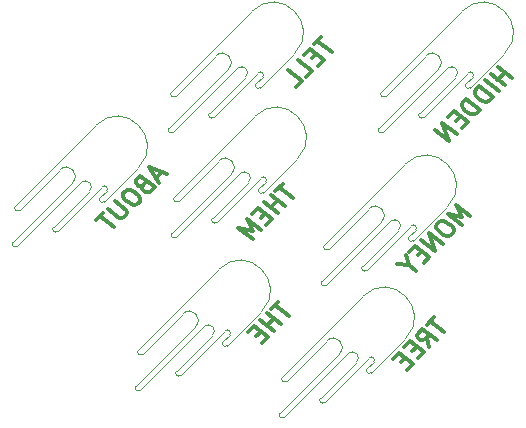
<source format=gbo>
G04 #@! TF.GenerationSoftware,KiCad,Pcbnew,(5.1.2)-2*
G04 #@! TF.CreationDate,2020-03-23T21:36:54-04:00*
G04 #@! TF.ProjectId,test_samd11,74657374-5f73-4616-9d64-31312e6b6963,rev?*
G04 #@! TF.SameCoordinates,Original*
G04 #@! TF.FileFunction,Legend,Bot*
G04 #@! TF.FilePolarity,Positive*
%FSLAX46Y46*%
G04 Gerber Fmt 4.6, Leading zero omitted, Abs format (unit mm)*
G04 Created by KiCad (PCBNEW (5.1.2)-2) date 2020-03-23 21:36:54*
%MOMM*%
%LPD*%
G04 APERTURE LIST*
%ADD10C,0.300000*%
%ADD11C,0.120000*%
G04 APERTURE END LIST*
D10*
X71801959Y-55814364D02*
X71195868Y-56420456D01*
X72692156Y-57045488D02*
X71498913Y-56117410D01*
X71429465Y-58308178D02*
X71214808Y-57512683D01*
X72035557Y-57702087D02*
X70842314Y-56774009D01*
X70438253Y-57178070D01*
X70394059Y-57323280D01*
X70400373Y-57417982D01*
X70463507Y-57556878D01*
X70633970Y-57689460D01*
X70798120Y-57727341D01*
X70905449Y-57721027D01*
X71063285Y-57664206D01*
X71467346Y-57260145D01*
X70349865Y-58276611D02*
X69996312Y-58630165D01*
X70469821Y-59267823D02*
X70974897Y-58762747D01*
X69781654Y-57834669D01*
X69276578Y-58339746D01*
X69390220Y-59236256D02*
X69036667Y-59589810D01*
X69510176Y-60227468D02*
X70015252Y-59722392D01*
X68822009Y-58794314D01*
X68316933Y-59299391D01*
X74871293Y-47246350D02*
X73678051Y-46318273D01*
X74176814Y-47334739D01*
X72970944Y-47025380D01*
X74164187Y-47953457D01*
X72263837Y-47732486D02*
X72061807Y-47934517D01*
X72017612Y-48079726D01*
X72030239Y-48269130D01*
X72207016Y-48496414D01*
X72604764Y-48805773D01*
X72882556Y-48932043D01*
X73097213Y-48919416D01*
X73255049Y-48862595D01*
X73457080Y-48660564D01*
X73501274Y-48515355D01*
X73488647Y-48325951D01*
X73311870Y-48098667D01*
X72914123Y-47789307D01*
X72636331Y-47663038D01*
X72421673Y-47675665D01*
X72263837Y-47732486D01*
X72547943Y-49569701D02*
X71354700Y-48641624D01*
X71941851Y-50175793D01*
X70748608Y-49247715D01*
X70811743Y-50194733D02*
X70458189Y-50548287D01*
X70931698Y-51185945D02*
X71436775Y-50680869D01*
X70243532Y-49752792D01*
X69738456Y-50257868D01*
X69706889Y-51400603D02*
X70275099Y-51842545D01*
X69435410Y-50560914D02*
X69706889Y-51400603D01*
X68728303Y-51268020D01*
X78425832Y-35563812D02*
X77232589Y-34635735D01*
X77800800Y-35077676D02*
X77194708Y-35683768D01*
X77819740Y-36169904D02*
X76626497Y-35241826D01*
X77314664Y-36674980D02*
X76121421Y-35746903D01*
X76809587Y-37180056D02*
X75616345Y-36251979D01*
X75363807Y-36504517D01*
X75269105Y-36700234D01*
X75281732Y-36889638D01*
X75344866Y-37028534D01*
X75521643Y-37255818D01*
X75692106Y-37388400D01*
X75969898Y-37514669D01*
X76134048Y-37552550D01*
X76348705Y-37539923D01*
X76557049Y-37432595D01*
X76809587Y-37180056D01*
X75748927Y-38240717D02*
X74555685Y-37312639D01*
X74303146Y-37565177D01*
X74208445Y-37760894D01*
X74221072Y-37950298D01*
X74284206Y-38089194D01*
X74460983Y-38316478D01*
X74631446Y-38449061D01*
X74909238Y-38575330D01*
X75073388Y-38613210D01*
X75288045Y-38600583D01*
X75496389Y-38493255D01*
X75748927Y-38240717D01*
X74063235Y-38815241D02*
X73709682Y-39168794D01*
X74183191Y-39806453D02*
X74688267Y-39301377D01*
X73495024Y-38373299D01*
X72989948Y-38878375D01*
X73728622Y-40261022D02*
X72535380Y-39332944D01*
X73122531Y-40867113D01*
X71929288Y-39939036D01*
X58647391Y-54490933D02*
X58041299Y-55097025D01*
X59537587Y-55722056D02*
X58344345Y-54793979D01*
X58880988Y-56378656D02*
X57687746Y-55450578D01*
X58255956Y-55892520D02*
X57649865Y-56498611D01*
X58274897Y-56984747D02*
X57081654Y-56056669D01*
X57144789Y-57003687D02*
X56791235Y-57357241D01*
X57264744Y-57994900D02*
X57769821Y-57489823D01*
X56576578Y-56561746D01*
X56071502Y-57066822D01*
X48775352Y-43526201D02*
X48270275Y-44031277D01*
X49217293Y-43690350D02*
X47670497Y-43115826D01*
X48510187Y-44397457D01*
X47178048Y-44618428D02*
X47083346Y-44814145D01*
X47089660Y-44908847D01*
X47152794Y-45047743D01*
X47323257Y-45180326D01*
X47487407Y-45218206D01*
X47594736Y-45211893D01*
X47752572Y-45155072D01*
X48156633Y-44751011D01*
X46963391Y-43822933D01*
X46609837Y-44176486D01*
X46565643Y-44321696D01*
X46571956Y-44416398D01*
X46635091Y-44555294D01*
X46748733Y-44643682D01*
X46912883Y-44681563D01*
X47020212Y-44675249D01*
X47178048Y-44618428D01*
X47531601Y-44264875D01*
X45700700Y-45085624D02*
X45498669Y-45287654D01*
X45454475Y-45432864D01*
X45467102Y-45622267D01*
X45643879Y-45849552D01*
X46041626Y-46158911D01*
X46319418Y-46285180D01*
X46534076Y-46272553D01*
X46691912Y-46215732D01*
X46893943Y-46013701D01*
X46938137Y-45868492D01*
X46925510Y-45679088D01*
X46748733Y-45451804D01*
X46350986Y-45142445D01*
X46073194Y-45016176D01*
X45858536Y-45028803D01*
X45700700Y-45085624D01*
X44791563Y-45994761D02*
X45757521Y-46746062D01*
X45820655Y-46884958D01*
X45826969Y-46979660D01*
X45782775Y-47124869D01*
X45580744Y-47326900D01*
X45422908Y-47383721D01*
X45315579Y-47390034D01*
X45151429Y-47352153D01*
X44185471Y-46600853D01*
X43831918Y-46954406D02*
X43225826Y-47560497D01*
X44722115Y-48185529D02*
X43528872Y-47257452D01*
X58999482Y-44486841D02*
X58393391Y-45092933D01*
X59889679Y-45717965D02*
X58696436Y-44789887D01*
X59233080Y-46374564D02*
X58039837Y-45446486D01*
X58608048Y-45888428D02*
X58001956Y-46494520D01*
X58626988Y-46980656D02*
X57433746Y-46052578D01*
X57496880Y-46999596D02*
X57143327Y-47353149D01*
X57616836Y-47990808D02*
X58121912Y-47485732D01*
X56928669Y-46557654D01*
X56423593Y-47062730D01*
X57162267Y-48445377D02*
X55969024Y-47517299D01*
X56467787Y-48533765D01*
X55261918Y-48224406D01*
X56455160Y-49152484D01*
X62252436Y-32089887D02*
X61646345Y-32695979D01*
X63142633Y-33321011D02*
X61949391Y-32392933D01*
X61861002Y-33491474D02*
X61507449Y-33845027D01*
X61980958Y-34482686D02*
X62486034Y-33977610D01*
X61292791Y-33049532D01*
X60787715Y-33554608D01*
X61021313Y-35442331D02*
X61526389Y-34937255D01*
X60333146Y-34009177D01*
X60162683Y-36300961D02*
X60667760Y-35795884D01*
X59474517Y-34867807D01*
D11*
X65268333Y-59579503D02*
X62215046Y-62632790D01*
X59341364Y-61195949D02*
X62753861Y-57783451D01*
X59341364Y-61195949D02*
G75*
G02X58982154Y-60836739I-179605J179605D01*
G01*
X69399251Y-57603846D02*
X66525569Y-60477528D01*
X64549912Y-58861082D02*
X59161759Y-64249236D01*
X66525569Y-60477528D02*
G75*
G02X66166359Y-60118318I-179605J179605D01*
G01*
X62574256Y-62992000D02*
X66345964Y-59220292D01*
X59161759Y-64249236D02*
G75*
G02X58802549Y-63890026I-179605J179605D01*
G01*
X62753862Y-57783452D02*
G75*
G02X63831492Y-58861082I538815J-538815D01*
G01*
X65807148Y-54011744D02*
X58982154Y-60836739D01*
X66345964Y-59220293D02*
G75*
G02X66705174Y-59579503I179605J-179605D01*
G01*
X63831492Y-58861082D02*
X58802549Y-63890026D01*
X66166359Y-60118318D02*
X66705174Y-59579503D01*
X64549913Y-58861081D02*
G75*
G02X65268333Y-59579503I359210J-359211D01*
G01*
X62574256Y-62992000D02*
G75*
G02X62215046Y-62632790I-179605J179605D01*
G01*
X65807149Y-54011744D02*
G75*
G02X69399251Y-57603846I1796051J-1796051D01*
G01*
X55870333Y-35449503D02*
X52817046Y-38502790D01*
X49943364Y-37065949D02*
X53355861Y-33653451D01*
X49943364Y-37065949D02*
G75*
G02X49584154Y-36706739I-179605J179605D01*
G01*
X60001251Y-33473846D02*
X57127569Y-36347528D01*
X55151912Y-34731082D02*
X49763759Y-40119236D01*
X57127569Y-36347528D02*
G75*
G02X56768359Y-35988318I-179605J179605D01*
G01*
X53176256Y-38862000D02*
X56947964Y-35090292D01*
X49763759Y-40119236D02*
G75*
G02X49404549Y-39760026I-179605J179605D01*
G01*
X53355862Y-33653452D02*
G75*
G02X54433492Y-34731082I538815J-538815D01*
G01*
X56409148Y-29881744D02*
X49584154Y-36706739D01*
X56947964Y-35090293D02*
G75*
G02X57307174Y-35449503I179605J-179605D01*
G01*
X54433492Y-34731082D02*
X49404549Y-39760026D01*
X56768359Y-35988318D02*
X57307174Y-35449503D01*
X55151913Y-34731081D02*
G75*
G02X55870333Y-35449503I359210J-359211D01*
G01*
X53176256Y-38862000D02*
G75*
G02X52817046Y-38502790I-179605J179605D01*
G01*
X56409149Y-29881744D02*
G75*
G02X60001251Y-33473846I1796051J-1796051D01*
G01*
X42662333Y-45101503D02*
X39609046Y-48154790D01*
X36735364Y-46717949D02*
X40147861Y-43305451D01*
X36735364Y-46717949D02*
G75*
G02X36376154Y-46358739I-179605J179605D01*
G01*
X46793251Y-43125846D02*
X43919569Y-45999528D01*
X41943912Y-44383082D02*
X36555759Y-49771236D01*
X43919569Y-45999528D02*
G75*
G02X43560359Y-45640318I-179605J179605D01*
G01*
X39968256Y-48514000D02*
X43739964Y-44742292D01*
X36555759Y-49771236D02*
G75*
G02X36196549Y-49412026I-179605J179605D01*
G01*
X40147862Y-43305452D02*
G75*
G02X41225492Y-44383082I538815J-538815D01*
G01*
X43201148Y-39533744D02*
X36376154Y-46358739D01*
X43739964Y-44742293D02*
G75*
G02X44099174Y-45101503I179605J-179605D01*
G01*
X41225492Y-44383082D02*
X36196549Y-49412026D01*
X43560359Y-45640318D02*
X44099174Y-45101503D01*
X41943913Y-44383081D02*
G75*
G02X42662333Y-45101503I359210J-359211D01*
G01*
X39968256Y-48514000D02*
G75*
G02X39609046Y-48154790I-179605J179605D01*
G01*
X43201149Y-39533744D02*
G75*
G02X46793251Y-43125846I1796051J-1796051D01*
G01*
X53076333Y-57293503D02*
X50023046Y-60346790D01*
X47149364Y-58909949D02*
X50561861Y-55497451D01*
X47149364Y-58909949D02*
G75*
G02X46790154Y-58550739I-179605J179605D01*
G01*
X57207251Y-55317846D02*
X54333569Y-58191528D01*
X52357912Y-56575082D02*
X46969759Y-61963236D01*
X54333569Y-58191528D02*
G75*
G02X53974359Y-57832318I-179605J179605D01*
G01*
X50382256Y-60706000D02*
X54153964Y-56934292D01*
X46969759Y-61963236D02*
G75*
G02X46610549Y-61604026I-179605J179605D01*
G01*
X50561862Y-55497452D02*
G75*
G02X51639492Y-56575082I538815J-538815D01*
G01*
X53615148Y-51725744D02*
X46790154Y-58550739D01*
X54153964Y-56934293D02*
G75*
G02X54513174Y-57293503I179605J-179605D01*
G01*
X51639492Y-56575082D02*
X46610549Y-61604026D01*
X53974359Y-57832318D02*
X54513174Y-57293503D01*
X52357913Y-56575081D02*
G75*
G02X53076333Y-57293503I359210J-359211D01*
G01*
X50382256Y-60706000D02*
G75*
G02X50023046Y-60346790I-179605J179605D01*
G01*
X53615149Y-51725744D02*
G75*
G02X57207251Y-55317846I1796051J-1796051D01*
G01*
X56124333Y-44339503D02*
X53071046Y-47392790D01*
X50197364Y-45955949D02*
X53609861Y-42543451D01*
X50197364Y-45955949D02*
G75*
G02X49838154Y-45596739I-179605J179605D01*
G01*
X60255251Y-42363846D02*
X57381569Y-45237528D01*
X55405912Y-43621082D02*
X50017759Y-49009236D01*
X57381569Y-45237528D02*
G75*
G02X57022359Y-44878318I-179605J179605D01*
G01*
X53430256Y-47752000D02*
X57201964Y-43980292D01*
X50017759Y-49009236D02*
G75*
G02X49658549Y-48650026I-179605J179605D01*
G01*
X53609862Y-42543452D02*
G75*
G02X54687492Y-43621082I538815J-538815D01*
G01*
X56663148Y-38771744D02*
X49838154Y-45596739D01*
X57201964Y-43980293D02*
G75*
G02X57561174Y-44339503I179605J-179605D01*
G01*
X54687492Y-43621082D02*
X49658549Y-48650026D01*
X57022359Y-44878318D02*
X57561174Y-44339503D01*
X55405913Y-43621081D02*
G75*
G02X56124333Y-44339503I359210J-359211D01*
G01*
X53430256Y-47752000D02*
G75*
G02X53071046Y-47392790I-179605J179605D01*
G01*
X56663149Y-38771744D02*
G75*
G02X60255251Y-42363846I1796051J-1796051D01*
G01*
X68824333Y-48403503D02*
X65771046Y-51456790D01*
X62897364Y-50019949D02*
X66309861Y-46607451D01*
X62897364Y-50019949D02*
G75*
G02X62538154Y-49660739I-179605J179605D01*
G01*
X72955251Y-46427846D02*
X70081569Y-49301528D01*
X68105912Y-47685082D02*
X62717759Y-53073236D01*
X70081569Y-49301528D02*
G75*
G02X69722359Y-48942318I-179605J179605D01*
G01*
X66130256Y-51816000D02*
X69901964Y-48044292D01*
X62717759Y-53073236D02*
G75*
G02X62358549Y-52714026I-179605J179605D01*
G01*
X66309862Y-46607452D02*
G75*
G02X67387492Y-47685082I538815J-538815D01*
G01*
X69363148Y-42835744D02*
X62538154Y-49660739D01*
X69901964Y-48044293D02*
G75*
G02X70261174Y-48403503I179605J-179605D01*
G01*
X67387492Y-47685082D02*
X62358549Y-52714026D01*
X69722359Y-48942318D02*
X70261174Y-48403503D01*
X68105913Y-47685081D02*
G75*
G02X68824333Y-48403503I359210J-359211D01*
G01*
X66130256Y-51816000D02*
G75*
G02X65771046Y-51456790I-179605J179605D01*
G01*
X69363149Y-42835744D02*
G75*
G02X72955251Y-46427846I1796051J-1796051D01*
G01*
X74548359Y-35988318D02*
X75087174Y-35449503D01*
X72931913Y-34731081D02*
G75*
G02X73650333Y-35449503I359210J-359211D01*
G01*
X74189149Y-29881744D02*
G75*
G02X77781251Y-33473846I1796051J-1796051D01*
G01*
X70956256Y-38862000D02*
G75*
G02X70597046Y-38502790I-179605J179605D01*
G01*
X74907569Y-36347528D02*
G75*
G02X74548359Y-35988318I-179605J179605D01*
G01*
X70956256Y-38862000D02*
X74727964Y-35090292D01*
X67543759Y-40119236D02*
G75*
G02X67184549Y-39760026I-179605J179605D01*
G01*
X74727964Y-35090293D02*
G75*
G02X75087174Y-35449503I179605J-179605D01*
G01*
X72213492Y-34731082D02*
X67184549Y-39760026D01*
X71135862Y-33653452D02*
G75*
G02X72213492Y-34731082I538815J-538815D01*
G01*
X77781251Y-33473846D02*
X74907569Y-36347528D01*
X74189148Y-29881744D02*
X67364154Y-36706739D01*
X67723364Y-37065949D02*
G75*
G02X67364154Y-36706739I-179605J179605D01*
G01*
X72931912Y-34731082D02*
X67543759Y-40119236D01*
X67723364Y-37065949D02*
X71135861Y-33653451D01*
X73650333Y-35449503D02*
X70597046Y-38502790D01*
M02*

</source>
